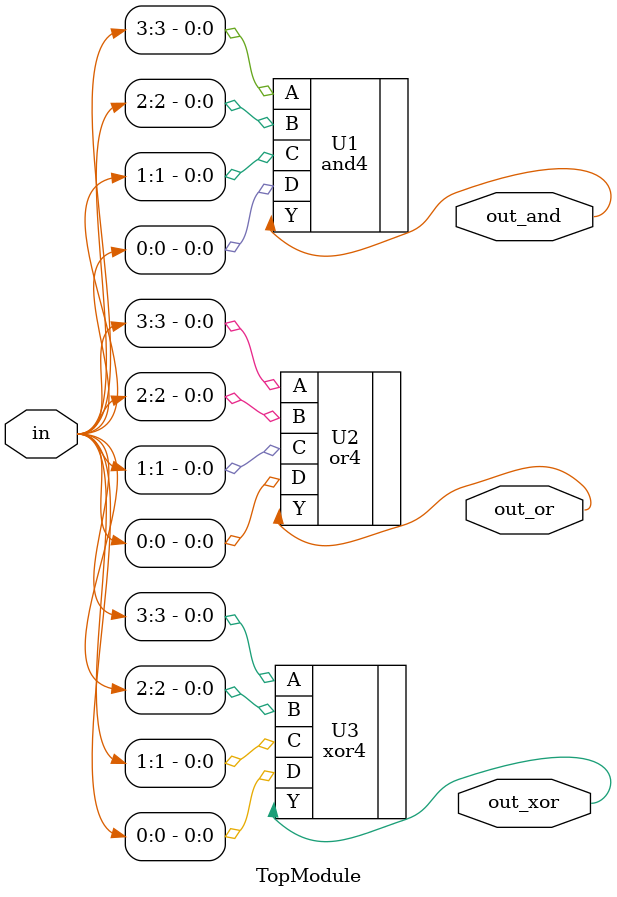
<source format=sv>

module TopModule (
  input [3:0] in,
  output reg out_and,
  output reg out_or,
  output reg out_xor
);

// Instantiate AND gate
and4 U1 (
    .A(in[3]),
    .B(in[2]),
    .C(in[1]),
    .D(in[0]),
    .Y(out_and)
);

// Instantiate OR gate
or4 U2 (
    .A(in[3]),
    .B(in[2]),
    .C(in[1]),
    .D(in[0]),
    .Y(out_or)
);

// Instantiate XOR gate
xor4 U3 (
    .A(in[3]),
    .B(in[2]),
    .C(in[1]),
    .D(in[0]),
    .Y(out_xor)
);

endmodule

// VERILOG-EVAL: errant inclusion of module definition

</source>
